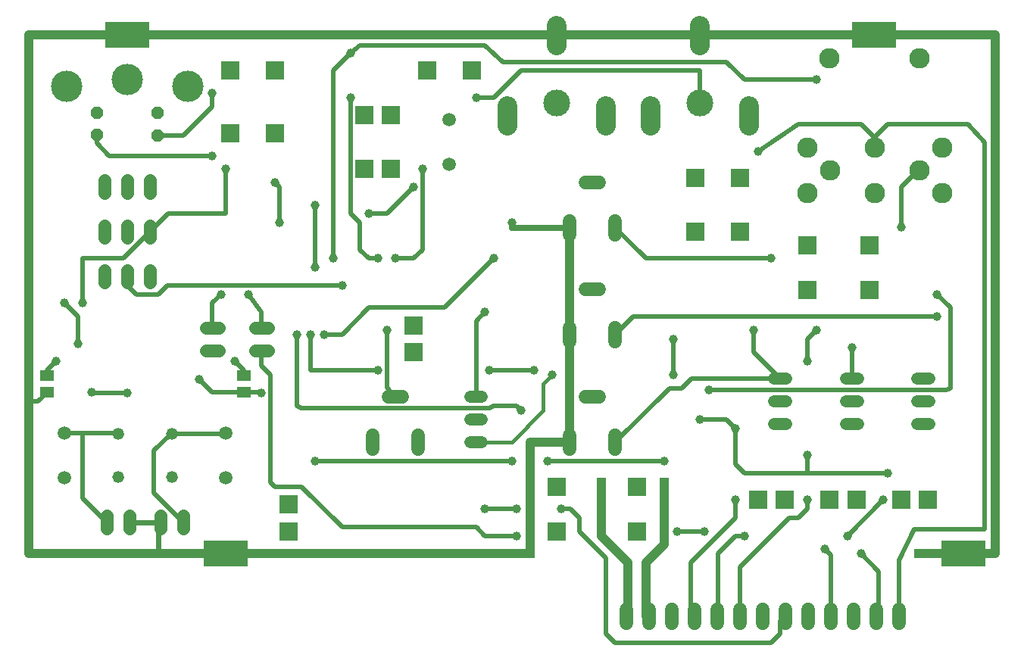
<source format=gbl>
G75*
%MOIN*%
%OFA0B0*%
%FSLAX25Y25*%
%IPPOS*%
%LPD*%
%AMOC8*
5,1,8,0,0,1.08239X$1,22.5*
%
%ADD10R,0.19685X0.11811*%
%ADD11R,0.07874X0.07874*%
%ADD12C,0.06000*%
%ADD13C,0.05200*%
%ADD14C,0.08661*%
%ADD15C,0.11811*%
%ADD16C,0.09000*%
%ADD17C,0.05200*%
%ADD18C,0.05937*%
%ADD19C,0.13780*%
%ADD20OC8,0.05600*%
%ADD21C,0.05600*%
%ADD22R,0.05906X0.05118*%
%ADD23R,0.05000X0.05000*%
%ADD24R,0.07500X0.05000*%
%ADD25R,0.05000X0.07500*%
%ADD26R,0.03962X0.03962*%
%ADD27C,0.03937*%
%ADD28C,0.02756*%
%ADD29C,0.01969*%
%ADD30C,0.03962*%
%ADD31C,0.02362*%
%ADD32C,0.01600*%
D10*
X0092051Y0044807D03*
X0048744Y0273154D03*
X0377484Y0273154D03*
X0416854Y0044807D03*
D11*
X0401106Y0068429D03*
X0389295Y0068429D03*
X0369610Y0068429D03*
X0357799Y0068429D03*
X0338114Y0068429D03*
X0326303Y0068429D03*
X0273154Y0074335D03*
X0273154Y0054650D03*
X0237720Y0054650D03*
X0237720Y0074335D03*
X0174728Y0133390D03*
X0174728Y0145201D03*
X0164886Y0214098D03*
X0153075Y0214098D03*
X0153075Y0237720D03*
X0164886Y0237720D03*
X0180634Y0257406D03*
X0200319Y0257406D03*
X0113705Y0257406D03*
X0094020Y0257406D03*
X0094020Y0229846D03*
X0113705Y0229846D03*
X0298744Y0210161D03*
X0318429Y0210161D03*
X0318429Y0186539D03*
X0298744Y0186539D03*
X0347957Y0180634D03*
X0347957Y0160949D03*
X0375516Y0160949D03*
X0375516Y0180634D03*
X0119610Y0066461D03*
X0119610Y0054650D03*
D12*
X0156854Y0090862D02*
X0156854Y0096862D01*
X0163854Y0113862D02*
X0169854Y0113862D01*
X0176854Y0096862D02*
X0176854Y0090862D01*
X0243469Y0090862D02*
X0243469Y0096862D01*
X0250469Y0113862D02*
X0256469Y0113862D01*
X0263469Y0096862D02*
X0263469Y0090862D01*
X0263469Y0138106D02*
X0263469Y0144106D01*
X0243469Y0144106D02*
X0243469Y0138106D01*
X0250469Y0161106D02*
X0256469Y0161106D01*
X0263469Y0185350D02*
X0263469Y0191350D01*
X0256469Y0208350D02*
X0250469Y0208350D01*
X0243469Y0191350D02*
X0243469Y0185350D01*
X0268272Y0020248D02*
X0268272Y0014248D01*
X0278272Y0014248D02*
X0278272Y0020248D01*
X0288272Y0020248D02*
X0288272Y0014248D01*
X0298272Y0014248D02*
X0298272Y0020248D01*
X0308272Y0020248D02*
X0308272Y0014248D01*
X0318272Y0014248D02*
X0318272Y0020248D01*
X0328272Y0020248D02*
X0328272Y0014248D01*
X0338272Y0014248D02*
X0338272Y0020248D01*
X0348272Y0020248D02*
X0348272Y0014248D01*
X0358272Y0014248D02*
X0358272Y0020248D01*
X0368272Y0020248D02*
X0368272Y0014248D01*
X0378272Y0014248D02*
X0378272Y0020248D01*
X0388272Y0020248D02*
X0388272Y0014248D01*
D13*
X0396538Y0101736D02*
X0401738Y0101736D01*
X0401738Y0111736D02*
X0396538Y0111736D01*
X0396538Y0121736D02*
X0401738Y0121736D01*
X0370242Y0121736D02*
X0365042Y0121736D01*
X0365042Y0111736D02*
X0370242Y0111736D01*
X0370242Y0101736D02*
X0365042Y0101736D01*
X0338746Y0101736D02*
X0333546Y0101736D01*
X0333546Y0111736D02*
X0338746Y0111736D01*
X0338746Y0121736D02*
X0333546Y0121736D01*
X0204887Y0113862D02*
X0199687Y0113862D01*
X0199687Y0103862D02*
X0204887Y0103862D01*
X0204887Y0093862D02*
X0199687Y0093862D01*
D14*
X0216067Y0233075D02*
X0216067Y0241736D01*
X0237720Y0268508D02*
X0237720Y0277169D01*
X0259374Y0241736D02*
X0259374Y0233075D01*
X0279059Y0233075D02*
X0279059Y0241736D01*
X0300713Y0268508D02*
X0300713Y0277169D01*
X0322366Y0241736D02*
X0322366Y0233075D01*
D15*
X0300713Y0243311D03*
X0237720Y0243311D03*
D16*
X0348193Y0223547D03*
X0357917Y0213587D03*
X0348193Y0203547D03*
X0377642Y0203508D03*
X0397287Y0213626D03*
X0407287Y0223547D03*
X0407287Y0203547D03*
X0377642Y0223508D03*
X0397287Y0262847D03*
X0357878Y0262847D03*
D17*
X0068429Y0097614D03*
X0044807Y0097614D03*
X0044807Y0078614D03*
X0068429Y0078614D03*
D18*
X0092051Y0078272D03*
X0092051Y0097957D03*
X0021185Y0097957D03*
X0021185Y0078272D03*
X0190476Y0216067D03*
X0190476Y0235752D03*
D19*
X0075516Y0250516D03*
X0048744Y0253665D03*
X0022169Y0250516D03*
D20*
X0035358Y0238705D03*
X0035358Y0229059D03*
X0062130Y0228862D03*
X0062130Y0238705D03*
D21*
X0058744Y0209024D02*
X0058744Y0203424D01*
X0048744Y0203424D02*
X0048744Y0209024D01*
X0038744Y0209024D02*
X0038744Y0203424D01*
X0038744Y0189339D02*
X0038744Y0183739D01*
X0048744Y0183739D02*
X0048744Y0189339D01*
X0058744Y0189339D02*
X0058744Y0183739D01*
X0058744Y0169654D02*
X0058744Y0164054D01*
X0048744Y0164054D02*
X0048744Y0169654D01*
X0038744Y0169654D02*
X0038744Y0164054D01*
X0083346Y0144295D02*
X0088946Y0144295D01*
X0088946Y0134295D02*
X0083346Y0134295D01*
X0104999Y0134295D02*
X0110599Y0134295D01*
X0110599Y0144295D02*
X0104999Y0144295D01*
X0073429Y0061387D02*
X0073429Y0055787D01*
X0063429Y0055787D02*
X0063429Y0061387D01*
X0049807Y0061387D02*
X0049807Y0055787D01*
X0039807Y0055787D02*
X0039807Y0061387D01*
D22*
X0013311Y0115870D03*
X0013311Y0123350D03*
X0099925Y0123350D03*
X0099925Y0115870D03*
D23*
X0119610Y0066461D03*
X0119610Y0054650D03*
X0174728Y0133390D03*
X0174728Y0145201D03*
X0164886Y0214098D03*
X0153075Y0214098D03*
X0153075Y0237720D03*
X0164886Y0237720D03*
X0180634Y0257406D03*
X0200319Y0257406D03*
X0113705Y0257406D03*
X0094020Y0257406D03*
X0094020Y0229846D03*
X0113705Y0229846D03*
X0298744Y0210161D03*
X0318429Y0210161D03*
X0318429Y0186539D03*
X0298744Y0186539D03*
X0347957Y0180634D03*
X0347957Y0160949D03*
X0375516Y0160949D03*
X0375516Y0180634D03*
X0273154Y0074335D03*
X0273154Y0054650D03*
X0237720Y0054650D03*
X0237720Y0074335D03*
X0326303Y0068429D03*
X0338114Y0068429D03*
X0357799Y0068429D03*
X0369610Y0068429D03*
X0389295Y0068429D03*
X0401106Y0068429D03*
D24*
X0273154Y0074335D03*
X0273154Y0054650D03*
X0237720Y0054650D03*
X0237720Y0074335D03*
X0174728Y0133390D03*
X0174728Y0145201D03*
X0119610Y0066461D03*
X0119610Y0054650D03*
X0347957Y0160949D03*
X0347957Y0180634D03*
X0375516Y0180634D03*
X0375516Y0160949D03*
D25*
X0318429Y0186539D03*
X0298744Y0186539D03*
X0298744Y0210161D03*
X0318429Y0210161D03*
X0200319Y0257406D03*
X0180634Y0257406D03*
X0164886Y0237720D03*
X0153075Y0237720D03*
X0153075Y0214098D03*
X0164886Y0214098D03*
X0113705Y0229846D03*
X0094020Y0229846D03*
X0094020Y0257406D03*
X0113705Y0257406D03*
X0326303Y0068429D03*
X0338114Y0068429D03*
X0357799Y0068429D03*
X0369610Y0068429D03*
X0389295Y0068429D03*
X0401106Y0068429D03*
D26*
X0397169Y0044807D03*
X0284965Y0076303D03*
X0257406Y0076303D03*
X0225909Y0044807D03*
X0111736Y0044807D03*
X0005437Y0111736D03*
X0005437Y0158980D03*
X0115673Y0273154D03*
X0269217Y0273154D03*
X0430634Y0158980D03*
D27*
X0062524Y0044807D02*
X0005437Y0044807D01*
X0005437Y0111736D01*
X0005437Y0158980D01*
X0005437Y0273154D01*
X0115673Y0273154D01*
X0269217Y0273154D01*
X0430634Y0273154D01*
X0430634Y0158980D01*
X0430634Y0044807D01*
X0397169Y0044807D01*
X0284965Y0048744D02*
X0284965Y0076303D01*
X0257406Y0076303D02*
X0257406Y0052681D01*
X0269217Y0040870D01*
X0269217Y0018193D01*
X0268272Y0017248D01*
X0277091Y0017248D02*
X0277091Y0040870D01*
X0284965Y0048744D01*
X0278272Y0017248D02*
X0277091Y0017248D01*
X0225909Y0044807D02*
X0111736Y0044807D01*
X0062524Y0044807D01*
X0225909Y0044807D02*
X0225909Y0093862D01*
X0243469Y0093862D01*
X0243469Y0141106D01*
X0243469Y0188350D01*
D28*
X0218035Y0188350D01*
D29*
X0218035Y0190476D01*
X0210161Y0174728D02*
X0188508Y0153075D01*
X0155043Y0153075D01*
X0143232Y0141264D01*
X0135358Y0141264D01*
X0129453Y0141264D02*
X0129453Y0125516D01*
X0158980Y0125516D01*
X0162917Y0117799D02*
X0162917Y0143232D01*
X0143232Y0162917D02*
X0066461Y0162917D01*
X0062524Y0158980D01*
X0052681Y0158980D01*
X0048744Y0162917D01*
X0048744Y0166854D01*
X0046933Y0174728D02*
X0029059Y0174728D01*
X0029059Y0155043D01*
X0027091Y0149138D02*
X0021185Y0155043D01*
X0027091Y0149138D02*
X0027091Y0137327D01*
X0017248Y0129453D02*
X0013311Y0125516D01*
X0013311Y0123350D01*
X0013311Y0115870D02*
X0013311Y0115673D01*
X0009374Y0111736D01*
X0005437Y0111736D01*
X0021185Y0097957D02*
X0029059Y0097957D01*
X0029059Y0069335D01*
X0039807Y0058587D01*
X0060555Y0071461D02*
X0060555Y0090083D01*
X0068087Y0097614D01*
X0068429Y0097614D01*
X0091709Y0097614D01*
X0092051Y0097957D01*
X0085949Y0115870D02*
X0099925Y0115870D01*
X0107602Y0115870D01*
X0107799Y0115673D01*
X0111736Y0123547D02*
X0111736Y0076303D01*
X0113705Y0074335D01*
X0125516Y0074335D01*
X0143232Y0056618D01*
X0202287Y0056618D01*
X0206224Y0052681D01*
X0220004Y0052681D01*
X0220004Y0064492D02*
X0206224Y0064492D01*
X0218035Y0085358D02*
X0131421Y0085358D01*
X0125516Y0108980D02*
X0123547Y0109768D01*
X0123547Y0141264D01*
X0107799Y0144295D02*
X0107799Y0151106D01*
X0101894Y0158980D01*
X0090083Y0158980D02*
X0086146Y0155043D01*
X0086146Y0144295D01*
X0095988Y0129453D02*
X0099925Y0125516D01*
X0099925Y0123350D01*
X0107799Y0127484D02*
X0111736Y0123547D01*
X0107799Y0127484D02*
X0107799Y0134295D01*
X0085949Y0115870D02*
X0080240Y0121579D01*
X0048744Y0115673D02*
X0033193Y0115673D01*
X0032996Y0115870D01*
X0029059Y0097957D02*
X0044465Y0097957D01*
X0044807Y0097614D01*
X0060555Y0071461D02*
X0073429Y0058587D01*
X0125516Y0108980D02*
X0208193Y0108980D01*
X0210161Y0109768D01*
X0220004Y0109768D01*
X0221972Y0107799D01*
X0202287Y0113862D02*
X0202287Y0147169D01*
X0206224Y0151106D01*
X0178665Y0178665D02*
X0174728Y0174728D01*
X0166854Y0174728D01*
X0158980Y0174728D02*
X0155043Y0174728D01*
X0151106Y0178665D01*
X0151106Y0190476D01*
X0147169Y0194413D01*
X0147169Y0245594D01*
X0139295Y0257406D02*
X0139295Y0174728D01*
X0131421Y0170791D02*
X0131421Y0198350D01*
X0115673Y0206224D02*
X0115673Y0190476D01*
X0115673Y0206224D02*
X0113705Y0208193D01*
X0092051Y0214098D02*
X0092051Y0194413D01*
X0066618Y0194413D01*
X0058744Y0186539D01*
X0046933Y0174728D01*
X0040870Y0220004D02*
X0035358Y0225516D01*
X0035358Y0229059D01*
X0040870Y0220004D02*
X0086146Y0220004D01*
X0073350Y0228862D02*
X0062130Y0228862D01*
X0073350Y0228862D02*
X0086146Y0241657D01*
X0086146Y0247563D01*
X0139295Y0257406D02*
X0147169Y0265280D01*
X0151106Y0268429D01*
X0206224Y0268429D01*
X0214098Y0261343D01*
X0312524Y0261343D01*
X0320398Y0253469D01*
X0351894Y0253469D01*
X0344020Y0233783D02*
X0371579Y0233783D01*
X0377642Y0227720D01*
X0377642Y0223508D01*
X0377642Y0228035D01*
X0383390Y0233783D01*
X0418823Y0233783D01*
X0425909Y0225909D01*
X0425909Y0055437D01*
X0395201Y0055437D01*
X0388272Y0041815D01*
X0388272Y0017248D01*
X0379453Y0018429D02*
X0379453Y0036933D01*
X0371579Y0044807D01*
X0365673Y0052681D02*
X0381421Y0068429D01*
X0383390Y0080240D02*
X0347957Y0080240D01*
X0347957Y0088114D01*
X0347957Y0080240D02*
X0320398Y0080240D01*
X0316461Y0084177D01*
X0316461Y0099925D01*
X0312524Y0103862D01*
X0300713Y0103862D01*
X0304650Y0116854D02*
X0408980Y0116854D01*
X0410949Y0117642D01*
X0410949Y0153075D01*
X0405043Y0158980D01*
X0405043Y0149138D02*
X0271500Y0149138D01*
X0263469Y0141106D01*
X0288902Y0139295D02*
X0288902Y0123547D01*
X0287248Y0117642D02*
X0292839Y0117642D01*
X0296933Y0121736D01*
X0336146Y0121736D01*
X0324335Y0133547D01*
X0324335Y0143232D01*
X0347957Y0139295D02*
X0347957Y0129453D01*
X0347957Y0139295D02*
X0351894Y0143232D01*
X0367642Y0135358D02*
X0367642Y0121736D01*
X0347957Y0068429D02*
X0347957Y0064492D01*
X0344020Y0060555D01*
X0340083Y0060555D01*
X0318272Y0038744D01*
X0318272Y0017248D01*
X0308587Y0017563D02*
X0308587Y0044807D01*
X0316461Y0052681D01*
X0320398Y0052681D01*
X0316461Y0060555D02*
X0316461Y0068429D01*
X0316461Y0060555D02*
X0296776Y0040870D01*
X0296776Y0018744D01*
X0298272Y0017248D01*
X0308272Y0017248D02*
X0308587Y0017563D01*
X0332209Y0005437D02*
X0263311Y0005437D01*
X0259374Y0009374D01*
X0259374Y0042839D01*
X0247563Y0054650D01*
X0247563Y0060555D01*
X0243626Y0064492D01*
X0239689Y0064492D01*
X0233783Y0085358D02*
X0284965Y0085358D01*
X0263469Y0093862D02*
X0287248Y0117642D01*
X0227878Y0125516D02*
X0208193Y0125516D01*
X0166854Y0113862D02*
X0162917Y0117799D01*
X0178665Y0178665D02*
X0178665Y0214098D01*
X0174728Y0206224D02*
X0162917Y0194413D01*
X0155043Y0194413D01*
X0202287Y0245594D02*
X0210161Y0245594D01*
X0221972Y0257406D01*
X0300713Y0257406D01*
X0300713Y0243311D01*
X0326303Y0221972D02*
X0344020Y0233783D01*
X0389295Y0206224D02*
X0396697Y0213626D01*
X0397287Y0213626D01*
X0389295Y0206224D02*
X0389295Y0188508D01*
X0332209Y0174728D02*
X0277091Y0174728D01*
X0263469Y0188350D01*
X0290870Y0054650D02*
X0302681Y0054650D01*
X0338272Y0017248D02*
X0336146Y0015122D01*
X0336146Y0009374D01*
X0332209Y0005437D01*
X0358272Y0017248D02*
X0358272Y0044335D01*
X0355831Y0046776D01*
X0379453Y0018429D02*
X0378272Y0017248D01*
D30*
X0371579Y0044807D03*
X0365673Y0052681D03*
X0355831Y0046776D03*
X0347957Y0068429D03*
X0347957Y0088114D03*
X0316461Y0099925D03*
X0300713Y0103862D03*
X0304650Y0116854D03*
X0288902Y0123547D03*
X0288902Y0139295D03*
X0324335Y0143232D03*
X0347957Y0129453D03*
X0351894Y0143232D03*
X0367642Y0135358D03*
X0405043Y0149138D03*
X0405043Y0158980D03*
X0389295Y0188508D03*
X0332209Y0174728D03*
X0326303Y0221972D03*
X0351894Y0253469D03*
X0218035Y0190476D03*
X0210161Y0174728D03*
X0206224Y0151106D03*
X0208193Y0125516D03*
X0227878Y0125516D03*
X0235752Y0123547D03*
X0221972Y0107799D03*
X0218035Y0085358D03*
X0233783Y0085358D03*
X0239689Y0064492D03*
X0220004Y0064492D03*
X0220004Y0052681D03*
X0206224Y0064492D03*
X0131421Y0085358D03*
X0107799Y0115673D03*
X0095988Y0129453D03*
X0080240Y0121579D03*
X0048744Y0115673D03*
X0032996Y0115870D03*
X0017248Y0129453D03*
X0027091Y0137327D03*
X0029059Y0155043D03*
X0021185Y0155043D03*
X0090083Y0158980D03*
X0101894Y0158980D03*
X0123547Y0141264D03*
X0129453Y0141264D03*
X0135358Y0141264D03*
X0158980Y0125516D03*
X0162917Y0143232D03*
X0143232Y0162917D03*
X0131421Y0170791D03*
X0139295Y0174728D03*
X0158980Y0174728D03*
X0166854Y0174728D03*
X0155043Y0194413D03*
X0174728Y0206224D03*
X0178665Y0214098D03*
X0202287Y0245594D03*
X0147169Y0245594D03*
X0147169Y0265280D03*
X0086146Y0247563D03*
X0086146Y0220004D03*
X0092051Y0214098D03*
X0113705Y0208193D03*
X0131421Y0198350D03*
X0115673Y0190476D03*
X0284965Y0085358D03*
X0316461Y0068429D03*
X0320398Y0052681D03*
X0302681Y0054650D03*
X0290870Y0054650D03*
X0381421Y0068429D03*
X0383390Y0080240D03*
D31*
X0063429Y0058587D02*
X0062524Y0058587D01*
X0049807Y0058587D01*
X0062524Y0058587D02*
X0062524Y0044807D01*
D32*
X0202287Y0093862D02*
X0202445Y0094020D01*
X0218035Y0094020D01*
X0231815Y0107799D01*
X0231815Y0119610D01*
X0235752Y0123547D01*
M02*

</source>
